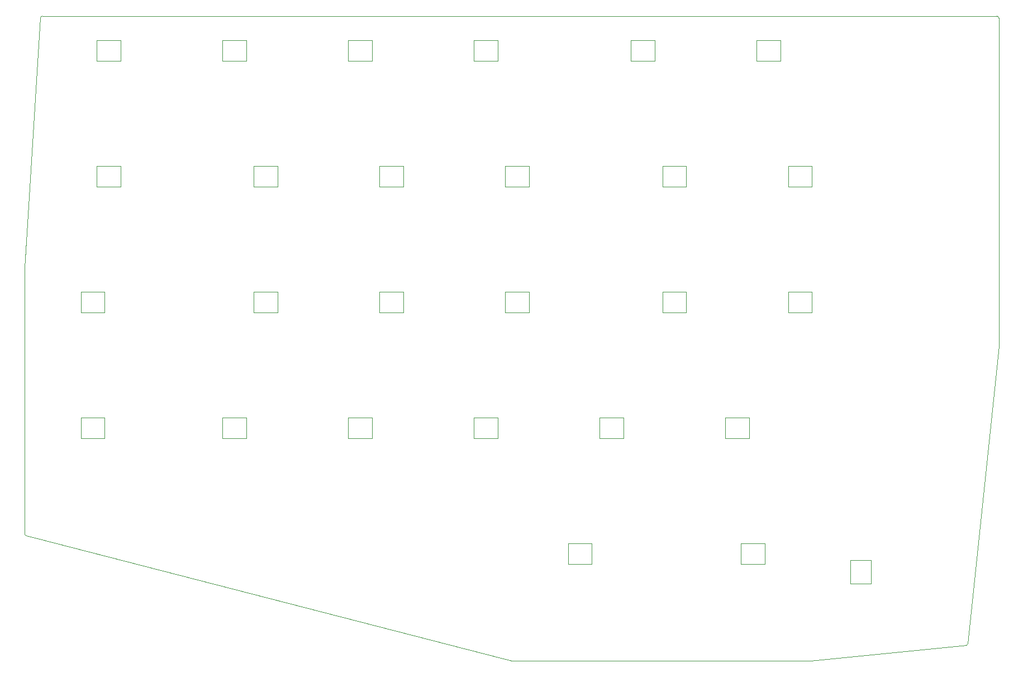
<source format=gbr>
G04 #@! TF.GenerationSoftware,KiCad,Pcbnew,(5.1.9)-1*
G04 #@! TF.CreationDate,2021-01-10T01:59:46+09:00*
G04 #@! TF.ProjectId,yuiop27,7975696f-7032-4372-9e6b-696361645f70,rev?*
G04 #@! TF.SameCoordinates,Original*
G04 #@! TF.FileFunction,Profile,NP*
%FSLAX46Y46*%
G04 Gerber Fmt 4.6, Leading zero omitted, Abs format (unit mm)*
G04 Created by KiCad (PCBNEW (5.1.9)-1) date 2021-01-10 01:59:46*
%MOMM*%
%LPD*%
G01*
G04 APERTURE LIST*
G04 #@! TA.AperFunction,Profile*
%ADD10C,0.050000*%
G04 #@! TD*
G04 #@! TA.AperFunction,Profile*
%ADD11C,0.120000*%
G04 #@! TD*
G04 APERTURE END LIST*
D10*
X78613807Y-59826129D02*
G75*
G02*
X78930500Y-59531250I316693J-22621D01*
G01*
X76465303Y-138203430D02*
G75*
G02*
X76200000Y-137890250I52197J313180D01*
G01*
X219138500Y-154590750D02*
G75*
G02*
X218945267Y-154793402I-256732J51347D01*
G01*
X223837500Y-59848750D02*
X223837500Y-109537500D01*
X223520000Y-59531250D02*
G75*
G02*
X223837500Y-59848750I0J-317500D01*
G01*
X78930500Y-59531250D02*
X223520000Y-59531250D01*
X76200000Y-97631250D02*
X78613807Y-59826129D01*
X76200000Y-137890250D02*
X76200000Y-97631250D01*
X150018750Y-157162500D02*
X76465303Y-138203430D01*
X195262500Y-157162500D02*
X150018750Y-157162500D01*
X218945267Y-154793402D02*
X195262500Y-157162500D01*
X223837500Y-109537500D02*
X219138500Y-154590750D01*
D11*
X201364250Y-145500500D02*
X201364250Y-141900500D01*
X204464250Y-145500500D02*
X201364250Y-145500500D01*
X204464250Y-141900500D02*
X204464250Y-145500500D01*
X201364250Y-141900500D02*
X204464250Y-141900500D01*
X184763000Y-139420000D02*
X188363000Y-139420000D01*
X184763000Y-142520000D02*
X184763000Y-139420000D01*
X188363000Y-142520000D02*
X184763000Y-142520000D01*
X188363000Y-139420000D02*
X188363000Y-142520000D01*
X182381750Y-120370000D02*
X185981750Y-120370000D01*
X182381750Y-123470000D02*
X182381750Y-120370000D01*
X185981750Y-123470000D02*
X182381750Y-123470000D01*
X185981750Y-120370000D02*
X185981750Y-123470000D01*
X195506750Y-101320000D02*
X195506750Y-104420000D01*
X195506750Y-104420000D02*
X191906750Y-104420000D01*
X191906750Y-104420000D02*
X191906750Y-101320000D01*
X191906750Y-101320000D02*
X195506750Y-101320000D01*
X191906750Y-82270000D02*
X195506750Y-82270000D01*
X191906750Y-85370000D02*
X191906750Y-82270000D01*
X195506750Y-85370000D02*
X191906750Y-85370000D01*
X195506750Y-82270000D02*
X195506750Y-85370000D01*
X190744250Y-63220000D02*
X190744250Y-66320000D01*
X190744250Y-66320000D02*
X187144250Y-66320000D01*
X187144250Y-66320000D02*
X187144250Y-63220000D01*
X187144250Y-63220000D02*
X190744250Y-63220000D01*
X168094250Y-63220000D02*
X171694250Y-63220000D01*
X168094250Y-66320000D02*
X168094250Y-63220000D01*
X171694250Y-66320000D02*
X168094250Y-66320000D01*
X171694250Y-63220000D02*
X171694250Y-66320000D01*
X176456750Y-82270000D02*
X176456750Y-85370000D01*
X176456750Y-85370000D02*
X172856750Y-85370000D01*
X172856750Y-85370000D02*
X172856750Y-82270000D01*
X172856750Y-82270000D02*
X176456750Y-82270000D01*
X172856750Y-101320000D02*
X176456750Y-101320000D01*
X172856750Y-104420000D02*
X172856750Y-101320000D01*
X176456750Y-104420000D02*
X172856750Y-104420000D01*
X176456750Y-101320000D02*
X176456750Y-104420000D01*
X166931750Y-120370000D02*
X166931750Y-123470000D01*
X166931750Y-123470000D02*
X163331750Y-123470000D01*
X163331750Y-123470000D02*
X163331750Y-120370000D01*
X163331750Y-120370000D02*
X166931750Y-120370000D01*
X158569250Y-139420000D02*
X162169250Y-139420000D01*
X158569250Y-142520000D02*
X158569250Y-139420000D01*
X162169250Y-142520000D02*
X158569250Y-142520000D01*
X162169250Y-139420000D02*
X162169250Y-142520000D01*
X147881750Y-120370000D02*
X147881750Y-123470000D01*
X147881750Y-123470000D02*
X144281750Y-123470000D01*
X144281750Y-123470000D02*
X144281750Y-120370000D01*
X144281750Y-120370000D02*
X147881750Y-120370000D01*
X149044250Y-101320000D02*
X152644250Y-101320000D01*
X149044250Y-104420000D02*
X149044250Y-101320000D01*
X152644250Y-104420000D02*
X149044250Y-104420000D01*
X152644250Y-101320000D02*
X152644250Y-104420000D01*
X152644250Y-82270000D02*
X152644250Y-85370000D01*
X152644250Y-85370000D02*
X149044250Y-85370000D01*
X149044250Y-85370000D02*
X149044250Y-82270000D01*
X149044250Y-82270000D02*
X152644250Y-82270000D01*
X144281750Y-63220000D02*
X147881750Y-63220000D01*
X144281750Y-66320000D02*
X144281750Y-63220000D01*
X147881750Y-66320000D02*
X144281750Y-66320000D01*
X147881750Y-63220000D02*
X147881750Y-66320000D01*
X128831750Y-63220000D02*
X128831750Y-66320000D01*
X128831750Y-66320000D02*
X125231750Y-66320000D01*
X125231750Y-66320000D02*
X125231750Y-63220000D01*
X125231750Y-63220000D02*
X128831750Y-63220000D01*
X129994250Y-82270000D02*
X133594250Y-82270000D01*
X129994250Y-85370000D02*
X129994250Y-82270000D01*
X133594250Y-85370000D02*
X129994250Y-85370000D01*
X133594250Y-82270000D02*
X133594250Y-85370000D01*
X133594250Y-101320000D02*
X133594250Y-104420000D01*
X133594250Y-104420000D02*
X129994250Y-104420000D01*
X129994250Y-104420000D02*
X129994250Y-101320000D01*
X129994250Y-101320000D02*
X133594250Y-101320000D01*
X128831750Y-120370000D02*
X128831750Y-123470000D01*
X128831750Y-123470000D02*
X125231750Y-123470000D01*
X125231750Y-123470000D02*
X125231750Y-120370000D01*
X125231750Y-120370000D02*
X128831750Y-120370000D01*
X109781750Y-120370000D02*
X109781750Y-123470000D01*
X109781750Y-123470000D02*
X106181750Y-123470000D01*
X106181750Y-123470000D02*
X106181750Y-120370000D01*
X106181750Y-120370000D02*
X109781750Y-120370000D01*
X110944250Y-101320000D02*
X114544250Y-101320000D01*
X110944250Y-104420000D02*
X110944250Y-101320000D01*
X114544250Y-104420000D02*
X110944250Y-104420000D01*
X114544250Y-101320000D02*
X114544250Y-104420000D01*
X114544250Y-82270000D02*
X114544250Y-85370000D01*
X114544250Y-85370000D02*
X110944250Y-85370000D01*
X110944250Y-85370000D02*
X110944250Y-82270000D01*
X110944250Y-82270000D02*
X114544250Y-82270000D01*
X106181750Y-63220000D02*
X109781750Y-63220000D01*
X106181750Y-66320000D02*
X106181750Y-63220000D01*
X109781750Y-66320000D02*
X106181750Y-66320000D01*
X109781750Y-63220000D02*
X109781750Y-66320000D01*
X90731750Y-63220000D02*
X90731750Y-66320000D01*
X90731750Y-66320000D02*
X87131750Y-66320000D01*
X87131750Y-66320000D02*
X87131750Y-63220000D01*
X87131750Y-63220000D02*
X90731750Y-63220000D01*
X87131750Y-82270000D02*
X90731750Y-82270000D01*
X87131750Y-85370000D02*
X87131750Y-82270000D01*
X90731750Y-85370000D02*
X87131750Y-85370000D01*
X90731750Y-82270000D02*
X90731750Y-85370000D01*
X84750500Y-101320000D02*
X88350500Y-101320000D01*
X84750500Y-104420000D02*
X84750500Y-101320000D01*
X88350500Y-104420000D02*
X84750500Y-104420000D01*
X88350500Y-101320000D02*
X88350500Y-104420000D01*
X84750500Y-120370000D02*
X88350500Y-120370000D01*
X84750500Y-123470000D02*
X84750500Y-120370000D01*
X88350500Y-123470000D02*
X84750500Y-123470000D01*
X88350500Y-120370000D02*
X88350500Y-123470000D01*
M02*

</source>
